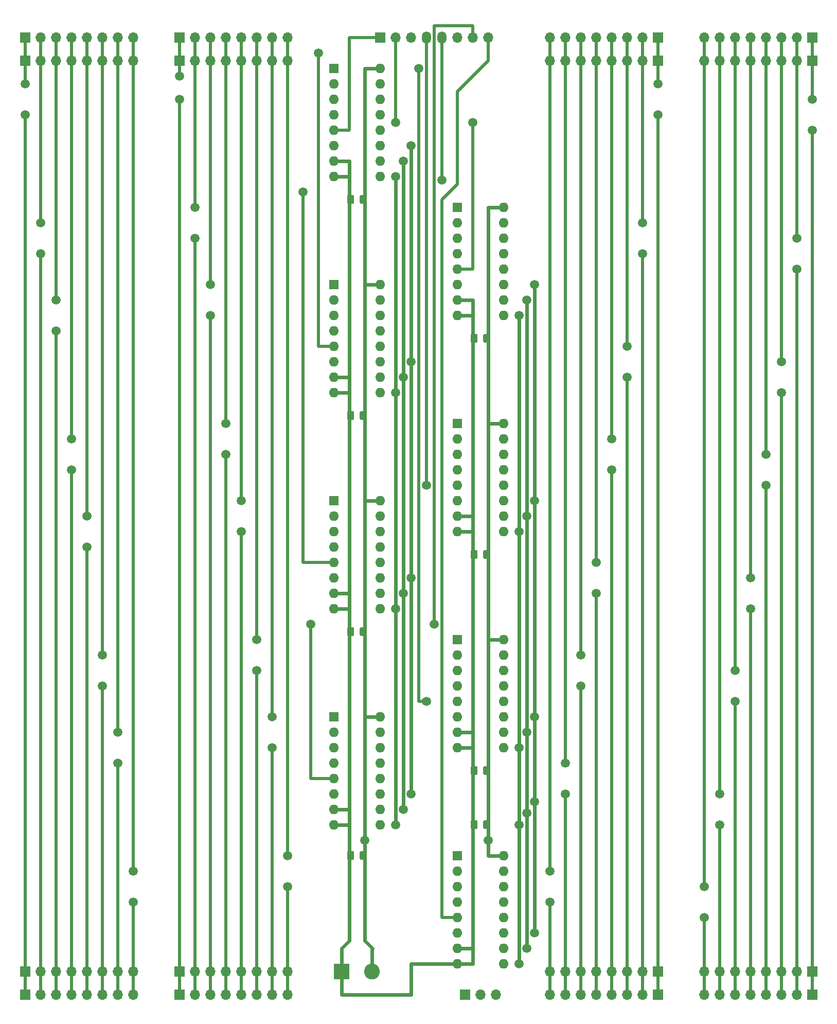
<source format=gbr>
%TF.GenerationSoftware,KiCad,Pcbnew,(5.1.8)-1*%
%TF.CreationDate,2022-05-21T00:33:48+03:00*%
%TF.ProjectId,MUX,4d55582e-6b69-4636-9164-5f7063625858,rev?*%
%TF.SameCoordinates,Original*%
%TF.FileFunction,Copper,L1,Top*%
%TF.FilePolarity,Positive*%
%FSLAX46Y46*%
G04 Gerber Fmt 4.6, Leading zero omitted, Abs format (unit mm)*
G04 Created by KiCad (PCBNEW (5.1.8)-1) date 2022-05-21 00:33:48*
%MOMM*%
%LPD*%
G01*
G04 APERTURE LIST*
%TA.AperFunction,ComponentPad*%
%ADD10R,1.700000X1.700000*%
%TD*%
%TA.AperFunction,ComponentPad*%
%ADD11O,1.700000X1.700000*%
%TD*%
%TA.AperFunction,ComponentPad*%
%ADD12R,1.600000X1.600000*%
%TD*%
%TA.AperFunction,ComponentPad*%
%ADD13O,1.600000X1.600000*%
%TD*%
%TA.AperFunction,ComponentPad*%
%ADD14R,2.600000X2.600000*%
%TD*%
%TA.AperFunction,ComponentPad*%
%ADD15C,2.600000*%
%TD*%
%TA.AperFunction,ComponentPad*%
%ADD16O,1.500000X2.000000*%
%TD*%
%TA.AperFunction,ViaPad*%
%ADD17C,1.500000*%
%TD*%
%TA.AperFunction,Conductor*%
%ADD18C,0.500000*%
%TD*%
%TA.AperFunction,Conductor*%
%ADD19C,0.600000*%
%TD*%
G04 APERTURE END LIST*
D10*
%TO.P,J1,1*%
%TO.N,/A0*%
X17780000Y-187960000D03*
D11*
%TO.P,J1,2*%
%TO.N,/A1*%
X20320000Y-187960000D03*
%TO.P,J1,3*%
%TO.N,/A2*%
X22860000Y-187960000D03*
%TO.P,J1,4*%
%TO.N,/A3*%
X25400000Y-187960000D03*
%TO.P,J1,5*%
%TO.N,/A4*%
X27940000Y-187960000D03*
%TO.P,J1,6*%
%TO.N,/A5*%
X30480000Y-187960000D03*
%TO.P,J1,7*%
%TO.N,/A6*%
X33020000Y-187960000D03*
%TO.P,J1,8*%
%TO.N,/A7*%
X35560000Y-187960000D03*
%TD*%
D10*
%TO.P,J2,1*%
%TO.N,/E0*%
X121920000Y-30480000D03*
D11*
%TO.P,J2,2*%
%TO.N,/E1*%
X119380000Y-30480000D03*
%TO.P,J2,3*%
%TO.N,/E2*%
X116840000Y-30480000D03*
%TO.P,J2,4*%
%TO.N,/E3*%
X114300000Y-30480000D03*
%TO.P,J2,5*%
%TO.N,/E4*%
X111760000Y-30480000D03*
%TO.P,J2,6*%
%TO.N,/E5*%
X109220000Y-30480000D03*
%TO.P,J2,7*%
%TO.N,/E6*%
X106680000Y-30480000D03*
%TO.P,J2,8*%
%TO.N,/E7*%
X104140000Y-30480000D03*
%TD*%
%TO.P,J3,8*%
%TO.N,/B7*%
X60960000Y-187960000D03*
%TO.P,J3,7*%
%TO.N,/B6*%
X58420000Y-187960000D03*
%TO.P,J3,6*%
%TO.N,/B5*%
X55880000Y-187960000D03*
%TO.P,J3,5*%
%TO.N,/B4*%
X53340000Y-187960000D03*
%TO.P,J3,4*%
%TO.N,/B3*%
X50800000Y-187960000D03*
%TO.P,J3,3*%
%TO.N,/B2*%
X48260000Y-187960000D03*
%TO.P,J3,2*%
%TO.N,/B1*%
X45720000Y-187960000D03*
D10*
%TO.P,J3,1*%
%TO.N,/B0*%
X43180000Y-187960000D03*
%TD*%
D11*
%TO.P,J4,8*%
%TO.N,/F7*%
X129540000Y-30480000D03*
%TO.P,J4,7*%
%TO.N,/F6*%
X132080000Y-30480000D03*
%TO.P,J4,6*%
%TO.N,/F5*%
X134620000Y-30480000D03*
%TO.P,J4,5*%
%TO.N,/F4*%
X137160000Y-30480000D03*
%TO.P,J4,4*%
%TO.N,/F3*%
X139700000Y-30480000D03*
%TO.P,J4,3*%
%TO.N,/F2*%
X142240000Y-30480000D03*
%TO.P,J4,2*%
%TO.N,/F1*%
X144780000Y-30480000D03*
D10*
%TO.P,J4,1*%
%TO.N,/F0*%
X147320000Y-30480000D03*
%TD*%
%TO.P,J5,1*%
%TO.N,/C0*%
X17780000Y-30480000D03*
D11*
%TO.P,J5,2*%
%TO.N,/C1*%
X20320000Y-30480000D03*
%TO.P,J5,3*%
%TO.N,/C2*%
X22860000Y-30480000D03*
%TO.P,J5,4*%
%TO.N,/C3*%
X25400000Y-30480000D03*
%TO.P,J5,5*%
%TO.N,/C4*%
X27940000Y-30480000D03*
%TO.P,J5,6*%
%TO.N,/C5*%
X30480000Y-30480000D03*
%TO.P,J5,7*%
%TO.N,/C6*%
X33020000Y-30480000D03*
%TO.P,J5,8*%
%TO.N,/C7*%
X35560000Y-30480000D03*
%TD*%
D10*
%TO.P,J6,1*%
%TO.N,/G0*%
X121920000Y-187960000D03*
D11*
%TO.P,J6,2*%
%TO.N,/G1*%
X119380000Y-187960000D03*
%TO.P,J6,3*%
%TO.N,/G2*%
X116840000Y-187960000D03*
%TO.P,J6,4*%
%TO.N,/G3*%
X114300000Y-187960000D03*
%TO.P,J6,5*%
%TO.N,/G4*%
X111760000Y-187960000D03*
%TO.P,J6,6*%
%TO.N,/G5*%
X109220000Y-187960000D03*
%TO.P,J6,7*%
%TO.N,/G6*%
X106680000Y-187960000D03*
%TO.P,J6,8*%
%TO.N,/G7*%
X104140000Y-187960000D03*
%TD*%
%TO.P,J7,8*%
%TO.N,/D7*%
X60960000Y-30480000D03*
%TO.P,J7,7*%
%TO.N,/D6*%
X58420000Y-30480000D03*
%TO.P,J7,6*%
%TO.N,/D5*%
X55880000Y-30480000D03*
%TO.P,J7,5*%
%TO.N,/D4*%
X53340000Y-30480000D03*
%TO.P,J7,4*%
%TO.N,/D3*%
X50800000Y-30480000D03*
%TO.P,J7,3*%
%TO.N,/D2*%
X48260000Y-30480000D03*
%TO.P,J7,2*%
%TO.N,/D1*%
X45720000Y-30480000D03*
D10*
%TO.P,J7,1*%
%TO.N,/D0*%
X43180000Y-30480000D03*
%TD*%
D11*
%TO.P,J8,8*%
%TO.N,/H7*%
X129540000Y-187960000D03*
%TO.P,J8,7*%
%TO.N,/H6*%
X132080000Y-187960000D03*
%TO.P,J8,6*%
%TO.N,/H5*%
X134620000Y-187960000D03*
%TO.P,J8,5*%
%TO.N,/H4*%
X137160000Y-187960000D03*
%TO.P,J8,4*%
%TO.N,/H3*%
X139700000Y-187960000D03*
%TO.P,J8,3*%
%TO.N,/H2*%
X142240000Y-187960000D03*
%TO.P,J8,2*%
%TO.N,/H1*%
X144780000Y-187960000D03*
D10*
%TO.P,J8,1*%
%TO.N,/H0*%
X147320000Y-187960000D03*
%TD*%
D12*
%TO.P,U1,1*%
%TO.N,/D0*%
X68580000Y-35560000D03*
D13*
%TO.P,U1,9*%
%TO.N,/S2*%
X76200000Y-53340000D03*
%TO.P,U1,2*%
%TO.N,/C0*%
X68580000Y-38100000D03*
%TO.P,U1,10*%
%TO.N,/S1*%
X76200000Y-50800000D03*
%TO.P,U1,3*%
%TO.N,/B0*%
X68580000Y-40640000D03*
%TO.P,U1,11*%
%TO.N,/S0*%
X76200000Y-48260000D03*
%TO.P,U1,4*%
%TO.N,/A0*%
X68580000Y-43180000D03*
%TO.P,U1,12*%
%TO.N,/H0*%
X76200000Y-45720000D03*
%TO.P,U1,5*%
%TO.N,/O0*%
X68580000Y-45720000D03*
%TO.P,U1,13*%
%TO.N,/G0*%
X76200000Y-43180000D03*
%TO.P,U1,6*%
%TO.N,Net-(U1-Pad6)*%
X68580000Y-48260000D03*
%TO.P,U1,14*%
%TO.N,/F0*%
X76200000Y-40640000D03*
%TO.P,U1,7*%
%TO.N,GND*%
X68580000Y-50800000D03*
%TO.P,U1,15*%
%TO.N,/E0*%
X76200000Y-38100000D03*
%TO.P,U1,8*%
%TO.N,GND*%
X68580000Y-53340000D03*
%TO.P,U1,16*%
%TO.N,VCC*%
X76200000Y-35560000D03*
%TD*%
%TO.P,U2,16*%
%TO.N,VCC*%
X96520000Y-58420000D03*
%TO.P,U2,8*%
%TO.N,GND*%
X88900000Y-76200000D03*
%TO.P,U2,15*%
%TO.N,/E1*%
X96520000Y-60960000D03*
%TO.P,U2,7*%
%TO.N,GND*%
X88900000Y-73660000D03*
%TO.P,U2,14*%
%TO.N,/F1*%
X96520000Y-63500000D03*
%TO.P,U2,6*%
%TO.N,Net-(U2-Pad6)*%
X88900000Y-71120000D03*
%TO.P,U2,13*%
%TO.N,/G1*%
X96520000Y-66040000D03*
%TO.P,U2,5*%
%TO.N,/O1*%
X88900000Y-68580000D03*
%TO.P,U2,12*%
%TO.N,/H1*%
X96520000Y-68580000D03*
%TO.P,U2,4*%
%TO.N,/A1*%
X88900000Y-66040000D03*
%TO.P,U2,11*%
%TO.N,/S0*%
X96520000Y-71120000D03*
%TO.P,U2,3*%
%TO.N,/B1*%
X88900000Y-63500000D03*
%TO.P,U2,10*%
%TO.N,/S1*%
X96520000Y-73660000D03*
%TO.P,U2,2*%
%TO.N,/C1*%
X88900000Y-60960000D03*
%TO.P,U2,9*%
%TO.N,/S2*%
X96520000Y-76200000D03*
D12*
%TO.P,U2,1*%
%TO.N,/D1*%
X88900000Y-58420000D03*
%TD*%
%TO.P,U3,1*%
%TO.N,/D2*%
X68580000Y-71120000D03*
D13*
%TO.P,U3,9*%
%TO.N,/S2*%
X76200000Y-88900000D03*
%TO.P,U3,2*%
%TO.N,/C2*%
X68580000Y-73660000D03*
%TO.P,U3,10*%
%TO.N,/S1*%
X76200000Y-86360000D03*
%TO.P,U3,3*%
%TO.N,/B2*%
X68580000Y-76200000D03*
%TO.P,U3,11*%
%TO.N,/S0*%
X76200000Y-83820000D03*
%TO.P,U3,4*%
%TO.N,/A2*%
X68580000Y-78740000D03*
%TO.P,U3,12*%
%TO.N,/H2*%
X76200000Y-81280000D03*
%TO.P,U3,5*%
%TO.N,/O2*%
X68580000Y-81280000D03*
%TO.P,U3,13*%
%TO.N,/G2*%
X76200000Y-78740000D03*
%TO.P,U3,6*%
%TO.N,Net-(U3-Pad6)*%
X68580000Y-83820000D03*
%TO.P,U3,14*%
%TO.N,/F2*%
X76200000Y-76200000D03*
%TO.P,U3,7*%
%TO.N,GND*%
X68580000Y-86360000D03*
%TO.P,U3,15*%
%TO.N,/E2*%
X76200000Y-73660000D03*
%TO.P,U3,8*%
%TO.N,GND*%
X68580000Y-88900000D03*
%TO.P,U3,16*%
%TO.N,VCC*%
X76200000Y-71120000D03*
%TD*%
%TO.P,U4,16*%
%TO.N,VCC*%
X96520000Y-93980000D03*
%TO.P,U4,8*%
%TO.N,GND*%
X88900000Y-111760000D03*
%TO.P,U4,15*%
%TO.N,/E3*%
X96520000Y-96520000D03*
%TO.P,U4,7*%
%TO.N,GND*%
X88900000Y-109220000D03*
%TO.P,U4,14*%
%TO.N,/F3*%
X96520000Y-99060000D03*
%TO.P,U4,6*%
%TO.N,Net-(U4-Pad6)*%
X88900000Y-106680000D03*
%TO.P,U4,13*%
%TO.N,/G3*%
X96520000Y-101600000D03*
%TO.P,U4,5*%
%TO.N,/O3*%
X88900000Y-104140000D03*
%TO.P,U4,12*%
%TO.N,/H3*%
X96520000Y-104140000D03*
%TO.P,U4,4*%
%TO.N,/A3*%
X88900000Y-101600000D03*
%TO.P,U4,11*%
%TO.N,/S0*%
X96520000Y-106680000D03*
%TO.P,U4,3*%
%TO.N,/B3*%
X88900000Y-99060000D03*
%TO.P,U4,10*%
%TO.N,/S1*%
X96520000Y-109220000D03*
%TO.P,U4,2*%
%TO.N,/C3*%
X88900000Y-96520000D03*
%TO.P,U4,9*%
%TO.N,/S2*%
X96520000Y-111760000D03*
D12*
%TO.P,U4,1*%
%TO.N,/D3*%
X88900000Y-93980000D03*
%TD*%
%TO.P,U5,1*%
%TO.N,/D4*%
X68580000Y-106680000D03*
D13*
%TO.P,U5,9*%
%TO.N,/S2*%
X76200000Y-124460000D03*
%TO.P,U5,2*%
%TO.N,/C4*%
X68580000Y-109220000D03*
%TO.P,U5,10*%
%TO.N,/S1*%
X76200000Y-121920000D03*
%TO.P,U5,3*%
%TO.N,/B4*%
X68580000Y-111760000D03*
%TO.P,U5,11*%
%TO.N,/S0*%
X76200000Y-119380000D03*
%TO.P,U5,4*%
%TO.N,/A4*%
X68580000Y-114300000D03*
%TO.P,U5,12*%
%TO.N,/H4*%
X76200000Y-116840000D03*
%TO.P,U5,5*%
%TO.N,/O4*%
X68580000Y-116840000D03*
%TO.P,U5,13*%
%TO.N,/G4*%
X76200000Y-114300000D03*
%TO.P,U5,6*%
%TO.N,Net-(U5-Pad6)*%
X68580000Y-119380000D03*
%TO.P,U5,14*%
%TO.N,/F4*%
X76200000Y-111760000D03*
%TO.P,U5,7*%
%TO.N,GND*%
X68580000Y-121920000D03*
%TO.P,U5,15*%
%TO.N,/E4*%
X76200000Y-109220000D03*
%TO.P,U5,8*%
%TO.N,GND*%
X68580000Y-124460000D03*
%TO.P,U5,16*%
%TO.N,VCC*%
X76200000Y-106680000D03*
%TD*%
%TO.P,U6,16*%
%TO.N,VCC*%
X96520000Y-129540000D03*
%TO.P,U6,8*%
%TO.N,GND*%
X88900000Y-147320000D03*
%TO.P,U6,15*%
%TO.N,/E5*%
X96520000Y-132080000D03*
%TO.P,U6,7*%
%TO.N,GND*%
X88900000Y-144780000D03*
%TO.P,U6,14*%
%TO.N,/F5*%
X96520000Y-134620000D03*
%TO.P,U6,6*%
%TO.N,Net-(U6-Pad6)*%
X88900000Y-142240000D03*
%TO.P,U6,13*%
%TO.N,/G5*%
X96520000Y-137160000D03*
%TO.P,U6,5*%
%TO.N,/O5*%
X88900000Y-139700000D03*
%TO.P,U6,12*%
%TO.N,/H5*%
X96520000Y-139700000D03*
%TO.P,U6,4*%
%TO.N,/A5*%
X88900000Y-137160000D03*
%TO.P,U6,11*%
%TO.N,/S0*%
X96520000Y-142240000D03*
%TO.P,U6,3*%
%TO.N,/B5*%
X88900000Y-134620000D03*
%TO.P,U6,10*%
%TO.N,/S1*%
X96520000Y-144780000D03*
%TO.P,U6,2*%
%TO.N,/C5*%
X88900000Y-132080000D03*
%TO.P,U6,9*%
%TO.N,/S2*%
X96520000Y-147320000D03*
D12*
%TO.P,U6,1*%
%TO.N,/D5*%
X88900000Y-129540000D03*
%TD*%
%TO.P,U7,1*%
%TO.N,/D6*%
X68580000Y-142240000D03*
D13*
%TO.P,U7,9*%
%TO.N,/S2*%
X76200000Y-160020000D03*
%TO.P,U7,2*%
%TO.N,/C6*%
X68580000Y-144780000D03*
%TO.P,U7,10*%
%TO.N,/S1*%
X76200000Y-157480000D03*
%TO.P,U7,3*%
%TO.N,/B6*%
X68580000Y-147320000D03*
%TO.P,U7,11*%
%TO.N,/S0*%
X76200000Y-154940000D03*
%TO.P,U7,4*%
%TO.N,/A6*%
X68580000Y-149860000D03*
%TO.P,U7,12*%
%TO.N,/H6*%
X76200000Y-152400000D03*
%TO.P,U7,5*%
%TO.N,/O6*%
X68580000Y-152400000D03*
%TO.P,U7,13*%
%TO.N,/G6*%
X76200000Y-149860000D03*
%TO.P,U7,6*%
%TO.N,Net-(U7-Pad6)*%
X68580000Y-154940000D03*
%TO.P,U7,14*%
%TO.N,/F6*%
X76200000Y-147320000D03*
%TO.P,U7,7*%
%TO.N,GND*%
X68580000Y-157480000D03*
%TO.P,U7,15*%
%TO.N,/E6*%
X76200000Y-144780000D03*
%TO.P,U7,8*%
%TO.N,GND*%
X68580000Y-160020000D03*
%TO.P,U7,16*%
%TO.N,VCC*%
X76200000Y-142240000D03*
%TD*%
%TO.P,U8,16*%
%TO.N,VCC*%
X96520000Y-165100000D03*
%TO.P,U8,8*%
%TO.N,GND*%
X88900000Y-182880000D03*
%TO.P,U8,15*%
%TO.N,/E7*%
X96520000Y-167640000D03*
%TO.P,U8,7*%
%TO.N,GND*%
X88900000Y-180340000D03*
%TO.P,U8,14*%
%TO.N,/F7*%
X96520000Y-170180000D03*
%TO.P,U8,6*%
%TO.N,Net-(U8-Pad6)*%
X88900000Y-177800000D03*
%TO.P,U8,13*%
%TO.N,/G7*%
X96520000Y-172720000D03*
%TO.P,U8,5*%
%TO.N,/O7*%
X88900000Y-175260000D03*
%TO.P,U8,12*%
%TO.N,/H7*%
X96520000Y-175260000D03*
%TO.P,U8,4*%
%TO.N,/A7*%
X88900000Y-172720000D03*
%TO.P,U8,11*%
%TO.N,/S0*%
X96520000Y-177800000D03*
%TO.P,U8,3*%
%TO.N,/B7*%
X88900000Y-170180000D03*
%TO.P,U8,10*%
%TO.N,/S1*%
X96520000Y-180340000D03*
%TO.P,U8,2*%
%TO.N,/C7*%
X88900000Y-167640000D03*
%TO.P,U8,9*%
%TO.N,/S2*%
X96520000Y-182880000D03*
D12*
%TO.P,U8,1*%
%TO.N,/D7*%
X88900000Y-165100000D03*
%TD*%
D14*
%TO.P,J9,1*%
%TO.N,GND*%
X69850000Y-184150000D03*
D15*
%TO.P,J9,2*%
%TO.N,VCC*%
X74850000Y-184150000D03*
%TD*%
D10*
%TO.P,J10,1*%
%TO.N,/S0*%
X90170000Y-187960000D03*
D11*
%TO.P,J10,2*%
%TO.N,/S1*%
X92710000Y-187960000D03*
%TO.P,J10,3*%
%TO.N,/S2*%
X95250000Y-187960000D03*
%TD*%
D10*
%TO.P,J11,1*%
%TO.N,/O0*%
X76200000Y-30480000D03*
D11*
%TO.P,J11,2*%
%TO.N,/O1*%
X78740000Y-30480000D03*
%TO.P,J11,3*%
%TO.N,/O2*%
X81280000Y-30480000D03*
D16*
%TO.P,J11,4*%
%TO.N,/O3*%
X83820000Y-30480000D03*
%TO.P,J11,5*%
%TO.N,/O4*%
X86360000Y-30480000D03*
D11*
%TO.P,J11,6*%
%TO.N,/O5*%
X88900000Y-30480000D03*
%TO.P,J11,7*%
%TO.N,/O6*%
X91440000Y-30480000D03*
%TO.P,J11,8*%
%TO.N,/O7*%
X93980000Y-30480000D03*
%TD*%
%TO.P,C1,1*%
%TO.N,VCC*%
%TA.AperFunction,SMDPad,CuDef*%
G36*
G01*
X74015000Y-56675000D02*
X74015000Y-57625000D01*
G75*
G02*
X73765000Y-57875000I-250000J0D01*
G01*
X73090000Y-57875000D01*
G75*
G02*
X72840000Y-57625000I0J250000D01*
G01*
X72840000Y-56675000D01*
G75*
G02*
X73090000Y-56425000I250000J0D01*
G01*
X73765000Y-56425000D01*
G75*
G02*
X74015000Y-56675000I0J-250000D01*
G01*
G37*
%TD.AperFunction*%
%TO.P,C1,2*%
%TO.N,GND*%
%TA.AperFunction,SMDPad,CuDef*%
G36*
G01*
X71940000Y-56675000D02*
X71940000Y-57625000D01*
G75*
G02*
X71690000Y-57875000I-250000J0D01*
G01*
X71015000Y-57875000D01*
G75*
G02*
X70765000Y-57625000I0J250000D01*
G01*
X70765000Y-56675000D01*
G75*
G02*
X71015000Y-56425000I250000J0D01*
G01*
X71690000Y-56425000D01*
G75*
G02*
X71940000Y-56675000I0J-250000D01*
G01*
G37*
%TD.AperFunction*%
%TD*%
%TO.P,C2,2*%
%TO.N,GND*%
%TA.AperFunction,SMDPad,CuDef*%
G36*
G01*
X71940000Y-92235000D02*
X71940000Y-93185000D01*
G75*
G02*
X71690000Y-93435000I-250000J0D01*
G01*
X71015000Y-93435000D01*
G75*
G02*
X70765000Y-93185000I0J250000D01*
G01*
X70765000Y-92235000D01*
G75*
G02*
X71015000Y-91985000I250000J0D01*
G01*
X71690000Y-91985000D01*
G75*
G02*
X71940000Y-92235000I0J-250000D01*
G01*
G37*
%TD.AperFunction*%
%TO.P,C2,1*%
%TO.N,VCC*%
%TA.AperFunction,SMDPad,CuDef*%
G36*
G01*
X74015000Y-92235000D02*
X74015000Y-93185000D01*
G75*
G02*
X73765000Y-93435000I-250000J0D01*
G01*
X73090000Y-93435000D01*
G75*
G02*
X72840000Y-93185000I0J250000D01*
G01*
X72840000Y-92235000D01*
G75*
G02*
X73090000Y-91985000I250000J0D01*
G01*
X73765000Y-91985000D01*
G75*
G02*
X74015000Y-92235000I0J-250000D01*
G01*
G37*
%TD.AperFunction*%
%TD*%
%TO.P,C3,1*%
%TO.N,VCC*%
%TA.AperFunction,SMDPad,CuDef*%
G36*
G01*
X74015000Y-127795000D02*
X74015000Y-128745000D01*
G75*
G02*
X73765000Y-128995000I-250000J0D01*
G01*
X73090000Y-128995000D01*
G75*
G02*
X72840000Y-128745000I0J250000D01*
G01*
X72840000Y-127795000D01*
G75*
G02*
X73090000Y-127545000I250000J0D01*
G01*
X73765000Y-127545000D01*
G75*
G02*
X74015000Y-127795000I0J-250000D01*
G01*
G37*
%TD.AperFunction*%
%TO.P,C3,2*%
%TO.N,GND*%
%TA.AperFunction,SMDPad,CuDef*%
G36*
G01*
X71940000Y-127795000D02*
X71940000Y-128745000D01*
G75*
G02*
X71690000Y-128995000I-250000J0D01*
G01*
X71015000Y-128995000D01*
G75*
G02*
X70765000Y-128745000I0J250000D01*
G01*
X70765000Y-127795000D01*
G75*
G02*
X71015000Y-127545000I250000J0D01*
G01*
X71690000Y-127545000D01*
G75*
G02*
X71940000Y-127795000I0J-250000D01*
G01*
G37*
%TD.AperFunction*%
%TD*%
%TO.P,C4,2*%
%TO.N,GND*%
%TA.AperFunction,SMDPad,CuDef*%
G36*
G01*
X71940000Y-164625000D02*
X71940000Y-165575000D01*
G75*
G02*
X71690000Y-165825000I-250000J0D01*
G01*
X71015000Y-165825000D01*
G75*
G02*
X70765000Y-165575000I0J250000D01*
G01*
X70765000Y-164625000D01*
G75*
G02*
X71015000Y-164375000I250000J0D01*
G01*
X71690000Y-164375000D01*
G75*
G02*
X71940000Y-164625000I0J-250000D01*
G01*
G37*
%TD.AperFunction*%
%TO.P,C4,1*%
%TO.N,VCC*%
%TA.AperFunction,SMDPad,CuDef*%
G36*
G01*
X74015000Y-164625000D02*
X74015000Y-165575000D01*
G75*
G02*
X73765000Y-165825000I-250000J0D01*
G01*
X73090000Y-165825000D01*
G75*
G02*
X72840000Y-165575000I0J250000D01*
G01*
X72840000Y-164625000D01*
G75*
G02*
X73090000Y-164375000I250000J0D01*
G01*
X73765000Y-164375000D01*
G75*
G02*
X74015000Y-164625000I0J-250000D01*
G01*
G37*
%TD.AperFunction*%
%TD*%
%TO.P,C5,1*%
%TO.N,VCC*%
%TA.AperFunction,SMDPad,CuDef*%
G36*
G01*
X94335000Y-79535000D02*
X94335000Y-80485000D01*
G75*
G02*
X94085000Y-80735000I-250000J0D01*
G01*
X93410000Y-80735000D01*
G75*
G02*
X93160000Y-80485000I0J250000D01*
G01*
X93160000Y-79535000D01*
G75*
G02*
X93410000Y-79285000I250000J0D01*
G01*
X94085000Y-79285000D01*
G75*
G02*
X94335000Y-79535000I0J-250000D01*
G01*
G37*
%TD.AperFunction*%
%TO.P,C5,2*%
%TO.N,GND*%
%TA.AperFunction,SMDPad,CuDef*%
G36*
G01*
X92260000Y-79535000D02*
X92260000Y-80485000D01*
G75*
G02*
X92010000Y-80735000I-250000J0D01*
G01*
X91335000Y-80735000D01*
G75*
G02*
X91085000Y-80485000I0J250000D01*
G01*
X91085000Y-79535000D01*
G75*
G02*
X91335000Y-79285000I250000J0D01*
G01*
X92010000Y-79285000D01*
G75*
G02*
X92260000Y-79535000I0J-250000D01*
G01*
G37*
%TD.AperFunction*%
%TD*%
%TO.P,C6,2*%
%TO.N,GND*%
%TA.AperFunction,SMDPad,CuDef*%
G36*
G01*
X92260000Y-115095000D02*
X92260000Y-116045000D01*
G75*
G02*
X92010000Y-116295000I-250000J0D01*
G01*
X91335000Y-116295000D01*
G75*
G02*
X91085000Y-116045000I0J250000D01*
G01*
X91085000Y-115095000D01*
G75*
G02*
X91335000Y-114845000I250000J0D01*
G01*
X92010000Y-114845000D01*
G75*
G02*
X92260000Y-115095000I0J-250000D01*
G01*
G37*
%TD.AperFunction*%
%TO.P,C6,1*%
%TO.N,VCC*%
%TA.AperFunction,SMDPad,CuDef*%
G36*
G01*
X94335000Y-115095000D02*
X94335000Y-116045000D01*
G75*
G02*
X94085000Y-116295000I-250000J0D01*
G01*
X93410000Y-116295000D01*
G75*
G02*
X93160000Y-116045000I0J250000D01*
G01*
X93160000Y-115095000D01*
G75*
G02*
X93410000Y-114845000I250000J0D01*
G01*
X94085000Y-114845000D01*
G75*
G02*
X94335000Y-115095000I0J-250000D01*
G01*
G37*
%TD.AperFunction*%
%TD*%
%TO.P,C7,1*%
%TO.N,VCC*%
%TA.AperFunction,SMDPad,CuDef*%
G36*
G01*
X94335000Y-150655000D02*
X94335000Y-151605000D01*
G75*
G02*
X94085000Y-151855000I-250000J0D01*
G01*
X93410000Y-151855000D01*
G75*
G02*
X93160000Y-151605000I0J250000D01*
G01*
X93160000Y-150655000D01*
G75*
G02*
X93410000Y-150405000I250000J0D01*
G01*
X94085000Y-150405000D01*
G75*
G02*
X94335000Y-150655000I0J-250000D01*
G01*
G37*
%TD.AperFunction*%
%TO.P,C7,2*%
%TO.N,GND*%
%TA.AperFunction,SMDPad,CuDef*%
G36*
G01*
X92260000Y-150655000D02*
X92260000Y-151605000D01*
G75*
G02*
X92010000Y-151855000I-250000J0D01*
G01*
X91335000Y-151855000D01*
G75*
G02*
X91085000Y-151605000I0J250000D01*
G01*
X91085000Y-150655000D01*
G75*
G02*
X91335000Y-150405000I250000J0D01*
G01*
X92010000Y-150405000D01*
G75*
G02*
X92260000Y-150655000I0J-250000D01*
G01*
G37*
%TD.AperFunction*%
%TD*%
%TO.P,C8,2*%
%TO.N,GND*%
%TA.AperFunction,SMDPad,CuDef*%
G36*
G01*
X92260000Y-159545000D02*
X92260000Y-160495000D01*
G75*
G02*
X92010000Y-160745000I-250000J0D01*
G01*
X91335000Y-160745000D01*
G75*
G02*
X91085000Y-160495000I0J250000D01*
G01*
X91085000Y-159545000D01*
G75*
G02*
X91335000Y-159295000I250000J0D01*
G01*
X92010000Y-159295000D01*
G75*
G02*
X92260000Y-159545000I0J-250000D01*
G01*
G37*
%TD.AperFunction*%
%TO.P,C8,1*%
%TO.N,VCC*%
%TA.AperFunction,SMDPad,CuDef*%
G36*
G01*
X94335000Y-159545000D02*
X94335000Y-160495000D01*
G75*
G02*
X94085000Y-160745000I-250000J0D01*
G01*
X93410000Y-160745000D01*
G75*
G02*
X93160000Y-160495000I0J250000D01*
G01*
X93160000Y-159545000D01*
G75*
G02*
X93410000Y-159295000I250000J0D01*
G01*
X94085000Y-159295000D01*
G75*
G02*
X94335000Y-159545000I0J-250000D01*
G01*
G37*
%TD.AperFunction*%
%TD*%
D10*
%TO.P,J12,1*%
%TO.N,/A0*%
X17780000Y-184150000D03*
D11*
%TO.P,J12,2*%
%TO.N,/A1*%
X20320000Y-184150000D03*
%TO.P,J12,3*%
%TO.N,/A2*%
X22860000Y-184150000D03*
%TO.P,J12,4*%
%TO.N,/A3*%
X25400000Y-184150000D03*
%TO.P,J12,5*%
%TO.N,/A4*%
X27940000Y-184150000D03*
%TO.P,J12,6*%
%TO.N,/A5*%
X30480000Y-184150000D03*
%TO.P,J12,7*%
%TO.N,/A6*%
X33020000Y-184150000D03*
%TO.P,J12,8*%
%TO.N,/A7*%
X35560000Y-184150000D03*
%TD*%
D10*
%TO.P,J13,1*%
%TO.N,/E0*%
X121920000Y-34290000D03*
D11*
%TO.P,J13,2*%
%TO.N,/E1*%
X119380000Y-34290000D03*
%TO.P,J13,3*%
%TO.N,/E2*%
X116840000Y-34290000D03*
%TO.P,J13,4*%
%TO.N,/E3*%
X114300000Y-34290000D03*
%TO.P,J13,5*%
%TO.N,/E4*%
X111760000Y-34290000D03*
%TO.P,J13,6*%
%TO.N,/E5*%
X109220000Y-34290000D03*
%TO.P,J13,7*%
%TO.N,/E6*%
X106680000Y-34290000D03*
%TO.P,J13,8*%
%TO.N,/E7*%
X104140000Y-34290000D03*
%TD*%
%TO.P,J14,8*%
%TO.N,/B7*%
X60960000Y-184150000D03*
%TO.P,J14,7*%
%TO.N,/B6*%
X58420000Y-184150000D03*
%TO.P,J14,6*%
%TO.N,/B5*%
X55880000Y-184150000D03*
%TO.P,J14,5*%
%TO.N,/B4*%
X53340000Y-184150000D03*
%TO.P,J14,4*%
%TO.N,/B3*%
X50800000Y-184150000D03*
%TO.P,J14,3*%
%TO.N,/B2*%
X48260000Y-184150000D03*
%TO.P,J14,2*%
%TO.N,/B1*%
X45720000Y-184150000D03*
D10*
%TO.P,J14,1*%
%TO.N,/B0*%
X43180000Y-184150000D03*
%TD*%
D11*
%TO.P,J15,8*%
%TO.N,/F7*%
X129540000Y-34290000D03*
%TO.P,J15,7*%
%TO.N,/F6*%
X132080000Y-34290000D03*
%TO.P,J15,6*%
%TO.N,/F5*%
X134620000Y-34290000D03*
%TO.P,J15,5*%
%TO.N,/F4*%
X137160000Y-34290000D03*
%TO.P,J15,4*%
%TO.N,/F3*%
X139700000Y-34290000D03*
%TO.P,J15,3*%
%TO.N,/F2*%
X142240000Y-34290000D03*
%TO.P,J15,2*%
%TO.N,/F1*%
X144780000Y-34290000D03*
D10*
%TO.P,J15,1*%
%TO.N,/F0*%
X147320000Y-34290000D03*
%TD*%
%TO.P,J16,1*%
%TO.N,/C0*%
X17780000Y-34290000D03*
D11*
%TO.P,J16,2*%
%TO.N,/C1*%
X20320000Y-34290000D03*
%TO.P,J16,3*%
%TO.N,/C2*%
X22860000Y-34290000D03*
%TO.P,J16,4*%
%TO.N,/C3*%
X25400000Y-34290000D03*
%TO.P,J16,5*%
%TO.N,/C4*%
X27940000Y-34290000D03*
%TO.P,J16,6*%
%TO.N,/C5*%
X30480000Y-34290000D03*
%TO.P,J16,7*%
%TO.N,/C6*%
X33020000Y-34290000D03*
%TO.P,J16,8*%
%TO.N,/C7*%
X35560000Y-34290000D03*
%TD*%
D10*
%TO.P,J17,1*%
%TO.N,/G0*%
X121920000Y-184150000D03*
D11*
%TO.P,J17,2*%
%TO.N,/G1*%
X119380000Y-184150000D03*
%TO.P,J17,3*%
%TO.N,/G2*%
X116840000Y-184150000D03*
%TO.P,J17,4*%
%TO.N,/G3*%
X114300000Y-184150000D03*
%TO.P,J17,5*%
%TO.N,/G4*%
X111760000Y-184150000D03*
%TO.P,J17,6*%
%TO.N,/G5*%
X109220000Y-184150000D03*
%TO.P,J17,7*%
%TO.N,/G6*%
X106680000Y-184150000D03*
%TO.P,J17,8*%
%TO.N,/G7*%
X104140000Y-184150000D03*
%TD*%
%TO.P,J18,8*%
%TO.N,/D7*%
X60960000Y-34290000D03*
%TO.P,J18,7*%
%TO.N,/D6*%
X58420000Y-34290000D03*
%TO.P,J18,6*%
%TO.N,/D5*%
X55880000Y-34290000D03*
%TO.P,J18,5*%
%TO.N,/D4*%
X53340000Y-34290000D03*
%TO.P,J18,4*%
%TO.N,/D3*%
X50800000Y-34290000D03*
%TO.P,J18,3*%
%TO.N,/D2*%
X48260000Y-34290000D03*
%TO.P,J18,2*%
%TO.N,/D1*%
X45720000Y-34290000D03*
D10*
%TO.P,J18,1*%
%TO.N,/D0*%
X43180000Y-34290000D03*
%TD*%
D11*
%TO.P,J19,8*%
%TO.N,/H7*%
X129540000Y-184150000D03*
%TO.P,J19,7*%
%TO.N,/H6*%
X132080000Y-184150000D03*
%TO.P,J19,6*%
%TO.N,/H5*%
X134620000Y-184150000D03*
%TO.P,J19,5*%
%TO.N,/H4*%
X137160000Y-184150000D03*
%TO.P,J19,4*%
%TO.N,/H3*%
X139700000Y-184150000D03*
%TO.P,J19,3*%
%TO.N,/H2*%
X142240000Y-184150000D03*
%TO.P,J19,2*%
%TO.N,/H1*%
X144780000Y-184150000D03*
D10*
%TO.P,J19,1*%
%TO.N,/H0*%
X147320000Y-184150000D03*
%TD*%
D17*
%TO.N,/A0*%
X17780000Y-43180000D03*
%TO.N,/A1*%
X20320000Y-66040000D03*
%TO.N,/A2*%
X22860000Y-78740000D03*
%TO.N,/A3*%
X25400000Y-101600000D03*
%TO.N,/A4*%
X27940000Y-114300000D03*
%TO.N,/A5*%
X30480000Y-137160000D03*
%TO.N,/A6*%
X33020000Y-149860000D03*
%TO.N,/A7*%
X35560000Y-172720000D03*
%TO.N,/E0*%
X121920000Y-38100000D03*
%TO.N,/E1*%
X119380000Y-60960000D03*
%TO.N,/E2*%
X116840000Y-81280000D03*
%TO.N,/E3*%
X114300000Y-96520000D03*
%TO.N,/E4*%
X111760000Y-116840000D03*
%TO.N,/E5*%
X109220000Y-132080000D03*
%TO.N,/E6*%
X106680000Y-149860000D03*
%TO.N,/E7*%
X104140000Y-167640000D03*
%TO.N,/B7*%
X60960000Y-170180000D03*
%TO.N,/B6*%
X58420000Y-147320000D03*
%TO.N,/B5*%
X55880000Y-134620000D03*
%TO.N,/B4*%
X53340000Y-111760000D03*
%TO.N,/B3*%
X50800000Y-99060000D03*
%TO.N,/B2*%
X48260000Y-76200000D03*
%TO.N,/B1*%
X45720000Y-63500000D03*
%TO.N,/B0*%
X43180000Y-40640000D03*
%TO.N,/F7*%
X129540000Y-170180000D03*
%TO.N,/F6*%
X132080000Y-154940000D03*
%TO.N,/F5*%
X134620000Y-134620000D03*
%TO.N,/F4*%
X137160000Y-119380000D03*
%TO.N,/F3*%
X139700000Y-99060000D03*
%TO.N,/F2*%
X142240000Y-83820000D03*
%TO.N,/F1*%
X144780000Y-63500000D03*
%TO.N,/F0*%
X147320000Y-40640000D03*
%TO.N,/C0*%
X17780000Y-38100000D03*
%TO.N,/C1*%
X20320000Y-60960000D03*
%TO.N,/C2*%
X22860000Y-73660000D03*
%TO.N,/C3*%
X25400000Y-96520000D03*
%TO.N,/C4*%
X27940000Y-109220000D03*
%TO.N,/C5*%
X30480000Y-132080000D03*
%TO.N,/C6*%
X33020000Y-144780000D03*
%TO.N,/C7*%
X35560000Y-167640000D03*
%TO.N,/G0*%
X121920000Y-43180000D03*
%TO.N,/G1*%
X119380000Y-66040000D03*
%TO.N,/G2*%
X116840000Y-86360000D03*
%TO.N,/G3*%
X114300000Y-101600000D03*
%TO.N,/G4*%
X111760000Y-121920000D03*
%TO.N,/G5*%
X109220000Y-137160000D03*
%TO.N,/G6*%
X106680000Y-154940000D03*
%TO.N,/G7*%
X104140000Y-172720000D03*
%TO.N,/D7*%
X60960000Y-165100000D03*
%TO.N,/D6*%
X58420000Y-142240000D03*
%TO.N,/D5*%
X55880000Y-129540000D03*
%TO.N,/D4*%
X53340000Y-106680000D03*
%TO.N,/D3*%
X50800000Y-93980000D03*
%TO.N,/D2*%
X48260000Y-71120000D03*
%TO.N,/D1*%
X45720000Y-58420000D03*
%TO.N,/D0*%
X43180000Y-36830000D03*
%TO.N,/H7*%
X129540000Y-175260000D03*
%TO.N,/H6*%
X132080000Y-160020000D03*
%TO.N,/H5*%
X134620000Y-139700000D03*
%TO.N,/H4*%
X137160000Y-124460000D03*
%TO.N,/H3*%
X139700000Y-104140000D03*
%TO.N,/H2*%
X142240000Y-88900000D03*
%TO.N,/H1*%
X144780000Y-68580000D03*
%TO.N,/H0*%
X147320000Y-45720000D03*
%TO.N,VCC*%
X73660000Y-162560000D03*
X93980000Y-162560000D03*
%TO.N,/S0*%
X81280000Y-48260000D03*
X81280000Y-154940000D03*
X81280000Y-119380000D03*
X81280000Y-83820000D03*
X101600000Y-71120000D03*
X101600000Y-177800000D03*
X101600000Y-142240000D03*
X101600000Y-106680000D03*
X101600000Y-156210000D03*
%TO.N,/S1*%
X80010000Y-157480000D03*
X80010000Y-121920000D03*
X80010000Y-86360000D03*
X80010000Y-50800000D03*
X100330000Y-73660000D03*
X100330000Y-180340000D03*
X100330000Y-144780000D03*
X100330000Y-109220000D03*
X100330000Y-158115000D03*
%TO.N,/S2*%
X78740000Y-160020000D03*
X78740000Y-53340000D03*
X78740000Y-88900000D03*
X78740000Y-124460000D03*
X99060000Y-76200000D03*
X99060000Y-182880000D03*
X99060000Y-147320000D03*
X99060000Y-111760000D03*
X99060000Y-160020000D03*
%TO.N,/O1*%
X78740000Y-44450000D03*
X91440000Y-44450000D03*
%TO.N,/O2*%
X66040000Y-33020000D03*
%TO.N,/O3*%
X83820000Y-104140000D03*
%TO.N,/O4*%
X63500000Y-55880000D03*
X86360000Y-53975000D03*
%TO.N,/O5*%
X82550000Y-35560000D03*
X83820000Y-139700000D03*
%TO.N,/O6*%
X64770000Y-127000000D03*
X85090000Y-127000000D03*
%TD*%
D18*
%TO.N,/A0*%
X17780000Y-43180000D02*
X17780000Y-187960000D01*
%TO.N,/A1*%
X20320000Y-187960000D02*
X20320000Y-66040000D01*
%TO.N,/A2*%
X22860000Y-78740000D02*
X22860000Y-187960000D01*
%TO.N,/A3*%
X25400000Y-101600000D02*
X25400000Y-187960000D01*
%TO.N,/A4*%
X27940000Y-187960000D02*
X27940000Y-114300000D01*
%TO.N,/A5*%
X30480000Y-137160000D02*
X30480000Y-187960000D01*
%TO.N,/A6*%
X33020000Y-187960000D02*
X33020000Y-149860000D01*
%TO.N,/A7*%
X35560000Y-187344002D02*
X35560000Y-187960000D01*
X35560000Y-172720000D02*
X35560000Y-187344002D01*
%TO.N,/E0*%
X121920000Y-30480000D02*
X121920000Y-38100000D01*
%TO.N,/E1*%
X119380000Y-30480000D02*
X119380000Y-60960000D01*
%TO.N,/E2*%
X116840000Y-30480000D02*
X116840000Y-81280000D01*
%TO.N,/E3*%
X114300000Y-30480000D02*
X114300000Y-96520000D01*
%TO.N,/E4*%
X111760000Y-111760000D02*
X111760000Y-116840000D01*
X111760000Y-30480000D02*
X111760000Y-111760000D01*
%TO.N,/E5*%
X109220000Y-30480000D02*
X109220000Y-132080000D01*
%TO.N,/E6*%
X106680000Y-137160000D02*
X106680000Y-149860000D01*
X106680000Y-30480000D02*
X106680000Y-137160000D01*
%TO.N,/E7*%
X104140000Y-30480000D02*
X104140000Y-167640000D01*
%TO.N,/B7*%
X60960000Y-170180000D02*
X60960000Y-187960000D01*
%TO.N,/B6*%
X58420000Y-147320000D02*
X58420000Y-187960000D01*
%TO.N,/B5*%
X55880000Y-134620000D02*
X55880000Y-187960000D01*
%TO.N,/B4*%
X53340000Y-187960000D02*
X53340000Y-111760000D01*
%TO.N,/B3*%
X50800000Y-99060000D02*
X50800000Y-187960000D01*
%TO.N,/B2*%
X48260000Y-76200000D02*
X48260000Y-187960000D01*
%TO.N,/B1*%
X45720000Y-63500000D02*
X45720000Y-187960000D01*
%TO.N,/B0*%
X43180000Y-40640000D02*
X43180000Y-187960000D01*
%TO.N,/F7*%
X129540000Y-30480000D02*
X129540000Y-170180000D01*
%TO.N,/F6*%
X132080000Y-30480000D02*
X132080000Y-73660000D01*
X132080000Y-73660000D02*
X132080000Y-154940000D01*
%TO.N,/F5*%
X134620000Y-30480000D02*
X134620000Y-134620000D01*
%TO.N,/F4*%
X137160000Y-88900000D02*
X137160000Y-119380000D01*
X137160000Y-30480000D02*
X137160000Y-88900000D01*
%TO.N,/F3*%
X139700000Y-30480000D02*
X139700000Y-99060000D01*
%TO.N,/F2*%
X142240000Y-31095998D02*
X142240000Y-30480000D01*
X142240000Y-83820000D02*
X142240000Y-31095998D01*
%TO.N,/F1*%
X144780000Y-30480000D02*
X144780000Y-63500000D01*
%TO.N,/F0*%
X147320000Y-30480000D02*
X147320000Y-40640000D01*
%TO.N,/C0*%
X17780000Y-30480000D02*
X17780000Y-38100000D01*
%TO.N,/C1*%
X20320000Y-30480000D02*
X20320000Y-60960000D01*
%TO.N,/C2*%
X22860000Y-30480000D02*
X22860000Y-73660000D01*
%TO.N,/C3*%
X25400000Y-30480000D02*
X25400000Y-96520000D01*
%TO.N,/C4*%
X27940000Y-30480000D02*
X27940000Y-109220000D01*
%TO.N,/C5*%
X30480000Y-30480000D02*
X30480000Y-132080000D01*
%TO.N,/C6*%
X33020000Y-30480000D02*
X33020000Y-144780000D01*
%TO.N,/C7*%
X35560000Y-30480000D02*
X35560000Y-167640000D01*
%TO.N,/G0*%
X121920000Y-43180000D02*
X121920000Y-187960000D01*
%TO.N,/G1*%
X119380000Y-66040000D02*
X119380000Y-187960000D01*
%TO.N,/G2*%
X116840000Y-86360000D02*
X116840000Y-187960000D01*
%TO.N,/G3*%
X114300000Y-187960000D02*
X114300000Y-101600000D01*
%TO.N,/G4*%
X111760000Y-187960000D02*
X111760000Y-121920000D01*
%TO.N,/G5*%
X109220000Y-187960000D02*
X109220000Y-137160000D01*
%TO.N,/G6*%
X106680000Y-157480000D02*
X106680000Y-187960000D01*
X106680000Y-157480000D02*
X106680000Y-154940000D01*
%TO.N,/G7*%
X104140000Y-172720000D02*
X104140000Y-187960000D01*
%TO.N,/D7*%
X60960000Y-30480000D02*
X60960000Y-165100000D01*
%TO.N,/D6*%
X58420000Y-30480000D02*
X58420000Y-142240000D01*
%TO.N,/D5*%
X55880000Y-129540000D02*
X55880000Y-30480000D01*
%TO.N,/D4*%
X53340000Y-30480000D02*
X53340000Y-106680000D01*
%TO.N,/D3*%
X50800000Y-30480000D02*
X50800000Y-93980000D01*
%TO.N,/D2*%
X48260000Y-30480000D02*
X48260000Y-71120000D01*
%TO.N,/D1*%
X45720000Y-58420000D02*
X45720000Y-58420000D01*
X45720000Y-58420000D02*
X45720000Y-30480000D01*
%TO.N,/D0*%
X43180000Y-30480000D02*
X43180000Y-35560000D01*
X43180000Y-35560000D02*
X43180000Y-36830000D01*
%TO.N,/H7*%
X129540000Y-175260000D02*
X129540000Y-187960000D01*
%TO.N,/H6*%
X132080000Y-160020000D02*
X132080000Y-187960000D01*
%TO.N,/H5*%
X134620000Y-153163998D02*
X134620000Y-139700000D01*
X134620000Y-187960000D02*
X134620000Y-153163998D01*
%TO.N,/H4*%
X137160000Y-187960000D02*
X137160000Y-124460000D01*
%TO.N,/H3*%
X139700000Y-187960000D02*
X139700000Y-104140000D01*
%TO.N,/H2*%
X142240000Y-88900000D02*
X142240000Y-187960000D01*
%TO.N,/H1*%
X144780000Y-187960000D02*
X144780000Y-68580000D01*
%TO.N,/H0*%
X147320000Y-45720000D02*
X147320000Y-187960000D01*
D19*
%TO.N,VCC*%
X74850000Y-180420000D02*
X74850000Y-184150000D01*
X74930000Y-180340000D02*
X74850000Y-180420000D01*
X73660000Y-179070000D02*
X74930000Y-180340000D01*
X76200000Y-35560000D02*
X73660000Y-35560000D01*
X73660000Y-71120000D02*
X76200000Y-71120000D01*
X73660000Y-35560000D02*
X73660000Y-71120000D01*
X73660000Y-71120000D02*
X73660000Y-106680000D01*
X73660000Y-106680000D02*
X76200000Y-106680000D01*
X73660000Y-142240000D02*
X76200000Y-142240000D01*
X73660000Y-106680000D02*
X73660000Y-142240000D01*
X73660000Y-142240000D02*
X73660000Y-162560000D01*
X93980000Y-165100000D02*
X96520000Y-165100000D01*
X96520000Y-58420000D02*
X93980000Y-58420000D01*
X93980000Y-129540000D02*
X96520000Y-129540000D01*
X93980000Y-129540000D02*
X93980000Y-162560000D01*
X93980000Y-93980000D02*
X96520000Y-93980000D01*
X93980000Y-58420000D02*
X93980000Y-93980000D01*
X93980000Y-93980000D02*
X93980000Y-129540000D01*
X73660000Y-162560000D02*
X73660000Y-179070000D01*
X93980000Y-162560000D02*
X93980000Y-165100000D01*
%TO.N,GND*%
X69850000Y-180340000D02*
X69850000Y-184150000D01*
X71120000Y-179070000D02*
X69850000Y-180340000D01*
X68580000Y-53340000D02*
X71120000Y-53340000D01*
X71120000Y-160020000D02*
X68580000Y-160020000D01*
X71120000Y-160020000D02*
X71120000Y-179070000D01*
X71120000Y-157480000D02*
X68580000Y-157480000D01*
X71120000Y-157480000D02*
X71120000Y-160020000D01*
X71120000Y-124460000D02*
X68580000Y-124460000D01*
X71120000Y-124460000D02*
X71120000Y-157480000D01*
X71120000Y-121920000D02*
X68580000Y-121920000D01*
X71120000Y-121920000D02*
X71120000Y-124460000D01*
X71120000Y-88900000D02*
X68580000Y-88900000D01*
X71120000Y-88900000D02*
X71120000Y-121920000D01*
X71120000Y-86360000D02*
X68580000Y-86360000D01*
X71120000Y-53340000D02*
X71120000Y-86360000D01*
X71120000Y-86360000D02*
X71120000Y-88900000D01*
X68580000Y-50800000D02*
X71120000Y-50800000D01*
X71120000Y-50800000D02*
X71120000Y-53340000D01*
X91440000Y-182880000D02*
X88900000Y-182880000D01*
X88900000Y-76200000D02*
X91440000Y-76200000D01*
X91440000Y-180340000D02*
X88900000Y-180340000D01*
X91440000Y-180340000D02*
X91440000Y-182880000D01*
X91440000Y-147320000D02*
X88900000Y-147320000D01*
X91440000Y-147320000D02*
X91440000Y-180340000D01*
X91440000Y-144780000D02*
X88900000Y-144780000D01*
X91440000Y-144780000D02*
X91440000Y-147320000D01*
X91440000Y-111760000D02*
X88900000Y-111760000D01*
X91440000Y-111760000D02*
X91440000Y-144780000D01*
X91440000Y-109220000D02*
X88900000Y-109220000D01*
X91440000Y-76200000D02*
X91440000Y-109220000D01*
X91440000Y-109220000D02*
X91440000Y-111760000D01*
X91440000Y-76200000D02*
X91440000Y-73660000D01*
X91440000Y-73660000D02*
X88900000Y-73660000D01*
X88900000Y-182880000D02*
X81280000Y-182880000D01*
X81280000Y-182880000D02*
X81280000Y-187960000D01*
X81280000Y-187960000D02*
X69850000Y-187960000D01*
X69850000Y-187960000D02*
X69850000Y-184150000D01*
%TO.N,/S0*%
X81280000Y-48260000D02*
X81280000Y-83820000D01*
X81280000Y-83820000D02*
X81280000Y-97790000D01*
X81280000Y-97790000D02*
X81280000Y-119380000D01*
X81280000Y-119380000D02*
X81280000Y-154940000D01*
X81280000Y-154940000D02*
X81280000Y-154940000D01*
X101600000Y-71120000D02*
X101600000Y-142240000D01*
X101600000Y-142240000D02*
X101600000Y-176530000D01*
X101600000Y-176530000D02*
X101600000Y-177800000D01*
%TO.N,/S1*%
X80010000Y-50800000D02*
X80010000Y-50800000D01*
X80010000Y-50800000D02*
X80010000Y-157480000D01*
X100330000Y-73660000D02*
X100330000Y-144780000D01*
X100330000Y-144780000D02*
X100330000Y-180340000D01*
X100330000Y-180340000D02*
X100330000Y-180340000D01*
%TO.N,/S2*%
X78740000Y-53340000D02*
X78740000Y-53340000D01*
X78740000Y-88900000D02*
X78740000Y-124460000D01*
X78740000Y-124460000D02*
X78740000Y-140970000D01*
X78740000Y-140970000D02*
X78740000Y-160020000D01*
X78740000Y-160020000D02*
X78740000Y-160020000D01*
X78740000Y-53340000D02*
X78740000Y-88900000D01*
X99060000Y-76200000D02*
X99060000Y-147320000D01*
X99060000Y-147320000D02*
X99060000Y-182880000D01*
X99060000Y-182880000D02*
X99060000Y-182880000D01*
D18*
%TO.N,/O0*%
X68580000Y-45720000D02*
X71120000Y-45720000D01*
X71120000Y-45720000D02*
X71120000Y-30480000D01*
X71120000Y-30480000D02*
X76200000Y-30480000D01*
%TO.N,/O1*%
X91440000Y-68580000D02*
X88900000Y-68580000D01*
X91440000Y-44450000D02*
X91440000Y-44450000D01*
X78740000Y-44450000D02*
X78740000Y-44450000D01*
X78740000Y-30480000D02*
X78740000Y-44450000D01*
X91440000Y-44450000D02*
X91440000Y-68580000D01*
%TO.N,/O2*%
X68580000Y-81280000D02*
X66040000Y-81280000D01*
X66040000Y-81280000D02*
X66040000Y-33020000D01*
X66040000Y-33020000D02*
X66040000Y-33020000D01*
%TO.N,/O3*%
X83820000Y-30480000D02*
X83820000Y-68580000D01*
X83820000Y-68580000D02*
X83820000Y-104140000D01*
%TO.N,/O4*%
X64770000Y-116840000D02*
X68580000Y-116840000D01*
X63500000Y-116840000D02*
X64770000Y-116840000D01*
X63500000Y-71120000D02*
X63500000Y-116840000D01*
X63500000Y-71120000D02*
X63500000Y-66040000D01*
X63500000Y-66040000D02*
X63500000Y-57150000D01*
X86360000Y-30480000D02*
X86360000Y-53975000D01*
X63500000Y-57150000D02*
X63500000Y-55880000D01*
%TO.N,/O5*%
X82550000Y-35560000D02*
X82550000Y-53340000D01*
X82550000Y-53340000D02*
X82550000Y-63500000D01*
X82550000Y-63500000D02*
X82550000Y-139700000D01*
X82550000Y-139700000D02*
X83820000Y-139700000D01*
X83820000Y-139700000D02*
X83820000Y-139700000D01*
%TO.N,/O6*%
X68580000Y-152400000D02*
X64770000Y-152400000D01*
X64770000Y-152400000D02*
X64770000Y-127000000D01*
X64770000Y-127000000D02*
X64770000Y-127000000D01*
X91440000Y-28575000D02*
X91440000Y-30480000D01*
X85090000Y-28575000D02*
X91440000Y-28575000D01*
X85090000Y-127000000D02*
X85090000Y-28575000D01*
%TO.N,/O7*%
X93980000Y-34290000D02*
X93980000Y-30480000D01*
X88900000Y-39370000D02*
X93980000Y-34290000D01*
X88900000Y-54610000D02*
X88900000Y-39370000D01*
X86360000Y-57150000D02*
X88900000Y-54610000D01*
X86360000Y-175260000D02*
X86360000Y-57150000D01*
X88900000Y-175260000D02*
X86360000Y-175260000D01*
%TD*%
M02*

</source>
